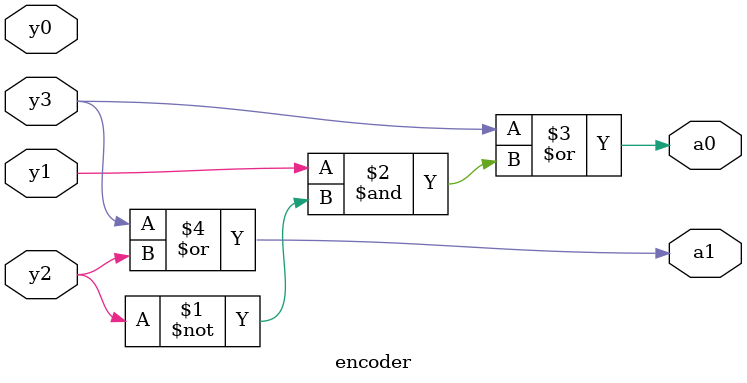
<source format=v>
`timescale 1ns / 1ps
module encoder(y3,y2,y1,y0,a1,a0);
    input y3;
    input y2;
    input y1;
    input y0;
    output a1;
    output a0;
   
	 assign a0=y3|(y1&~y2);
 assign a1=y3|y2;

endmodule

</source>
